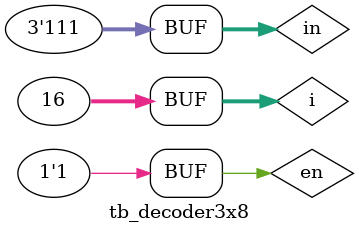
<source format=v>
`timescale 1ns / 1ps


module tb_decoder3x8();
wire [7:0] out;
reg en;
reg [2:0] in;
integer i;

decoder3x8 dut(.in(in),.out(out),.en(en));

initial begin  
 $monitor( "en=%b, in=%d, out=%b ", en, in, out);
   for ( i=0; i<16; i=i+1) 
        begin
           {en,in}  = i;
            #10;
        end
end
endmodule

</source>
